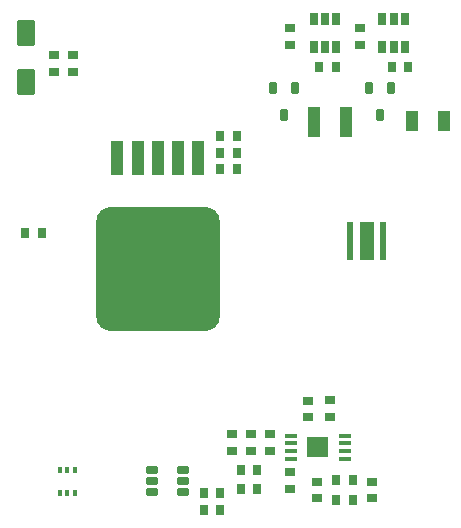
<source format=gtp>
G04*
G04 #@! TF.GenerationSoftware,Altium Limited,Altium Designer,19.1.9 (167)*
G04*
G04 Layer_Color=8421504*
%FSLAX43Y43*%
%MOMM*%
G71*
G01*
G75*
%ADD23R,0.400X0.500*%
%ADD24R,1.100X1.700*%
%ADD25R,1.100X2.600*%
G04:AMPARAMS|DCode=26|XSize=0.6mm|YSize=1mm|CornerRadius=0.075mm|HoleSize=0mm|Usage=FLASHONLY|Rotation=180.000|XOffset=0mm|YOffset=0mm|HoleType=Round|Shape=RoundedRectangle|*
%AMROUNDEDRECTD26*
21,1,0.600,0.850,0,0,180.0*
21,1,0.450,1.000,0,0,180.0*
1,1,0.150,-0.225,0.425*
1,1,0.150,0.225,0.425*
1,1,0.150,0.225,-0.425*
1,1,0.150,-0.225,-0.425*
%
%ADD26ROUNDEDRECTD26*%
%ADD27R,0.900X0.800*%
%ADD28R,0.800X0.900*%
%ADD29R,0.650X1.100*%
%ADD30R,0.500X3.300*%
%ADD31R,1.300X3.300*%
G04:AMPARAMS|DCode=32|XSize=0.6mm|YSize=1mm|CornerRadius=0.075mm|HoleSize=0mm|Usage=FLASHONLY|Rotation=270.000|XOffset=0mm|YOffset=0mm|HoleType=Round|Shape=RoundedRectangle|*
%AMROUNDEDRECTD32*
21,1,0.600,0.850,0,0,270.0*
21,1,0.450,1.000,0,0,270.0*
1,1,0.150,-0.425,-0.225*
1,1,0.150,-0.425,0.225*
1,1,0.150,0.425,0.225*
1,1,0.150,0.425,-0.225*
%
%ADD32ROUNDEDRECTD32*%
G04:AMPARAMS|DCode=33|XSize=2.2mm|YSize=1.5mm|CornerRadius=0.188mm|HoleSize=0mm|Usage=FLASHONLY|Rotation=90.000|XOffset=0mm|YOffset=0mm|HoleType=Round|Shape=RoundedRectangle|*
%AMROUNDEDRECTD33*
21,1,2.200,1.125,0,0,90.0*
21,1,1.825,1.500,0,0,90.0*
1,1,0.375,0.563,0.913*
1,1,0.375,0.563,-0.913*
1,1,0.375,-0.563,-0.913*
1,1,0.375,-0.563,0.913*
%
%ADD33ROUNDEDRECTD33*%
G04:AMPARAMS|DCode=34|XSize=10.5mm|YSize=10.5mm|CornerRadius=1.313mm|HoleSize=0mm|Usage=FLASHONLY|Rotation=90.000|XOffset=0mm|YOffset=0mm|HoleType=Round|Shape=RoundedRectangle|*
%AMROUNDEDRECTD34*
21,1,10.500,7.875,0,0,90.0*
21,1,7.875,10.500,0,0,90.0*
1,1,2.625,3.938,3.938*
1,1,2.625,3.938,-3.938*
1,1,2.625,-3.938,-3.938*
1,1,2.625,-3.938,3.938*
%
%ADD34ROUNDEDRECTD34*%
G04:AMPARAMS|DCode=35|XSize=2.95mm|YSize=1.05mm|CornerRadius=0.131mm|HoleSize=0mm|Usage=FLASHONLY|Rotation=90.000|XOffset=0mm|YOffset=0mm|HoleType=Round|Shape=RoundedRectangle|*
%AMROUNDEDRECTD35*
21,1,2.950,0.788,0,0,90.0*
21,1,2.688,1.050,0,0,90.0*
1,1,0.263,0.394,1.344*
1,1,0.263,0.394,-1.344*
1,1,0.263,-0.394,-1.344*
1,1,0.263,-0.394,1.344*
%
%ADD35ROUNDEDRECTD35*%
G04:AMPARAMS|DCode=36|XSize=0.41mm|YSize=1.02mm|CornerRadius=0.103mm|HoleSize=0mm|Usage=FLASHONLY|Rotation=90.000|XOffset=0mm|YOffset=0mm|HoleType=Round|Shape=RoundedRectangle|*
%AMROUNDEDRECTD36*
21,1,0.410,0.815,0,0,90.0*
21,1,0.205,1.020,0,0,90.0*
1,1,0.205,0.407,0.103*
1,1,0.205,0.407,-0.103*
1,1,0.205,-0.407,-0.103*
1,1,0.205,-0.407,0.103*
%
%ADD36ROUNDEDRECTD36*%
G36*
X31744Y29665D02*
X30734D01*
Y30415D01*
X31744D01*
Y29665D01*
D02*
G37*
G36*
Y28665D02*
X30734D01*
Y29415D01*
X31744D01*
Y28665D01*
D02*
G37*
G36*
Y27665D02*
X30734D01*
Y28415D01*
X31744D01*
Y27665D01*
D02*
G37*
G36*
X27939Y12505D02*
X27939Y10757D01*
X26191Y10757D01*
X26191Y12505D01*
X27939Y12505D01*
D02*
G37*
D23*
X5239Y7763D02*
D03*
X5889D02*
D03*
X6539D02*
D03*
Y9663D02*
D03*
X5889D02*
D03*
X5239D02*
D03*
D24*
X35077Y39219D02*
D03*
X37777D02*
D03*
D25*
X29496Y39124D02*
D03*
X26796D02*
D03*
D26*
X32354Y39735D02*
D03*
X31404Y42035D02*
D03*
X33304D02*
D03*
X24218Y39735D02*
D03*
X23268Y42035D02*
D03*
X25168D02*
D03*
D27*
X24772Y45687D02*
D03*
Y47087D02*
D03*
X30680Y45687D02*
D03*
Y47087D02*
D03*
X23049Y11334D02*
D03*
Y12734D02*
D03*
X31660Y7283D02*
D03*
Y8683D02*
D03*
X6415Y44807D02*
D03*
Y43407D02*
D03*
X4734D02*
D03*
Y44807D02*
D03*
X19840Y12734D02*
D03*
Y11334D02*
D03*
X27060Y8683D02*
D03*
Y7283D02*
D03*
X24786Y9509D02*
D03*
Y8109D02*
D03*
X21444Y11334D02*
D03*
Y12734D02*
D03*
X26267Y15573D02*
D03*
Y14173D02*
D03*
X28106Y14189D02*
D03*
Y15589D02*
D03*
D28*
X28617Y43802D02*
D03*
X27217D02*
D03*
X34777D02*
D03*
X33377D02*
D03*
X21988Y8056D02*
D03*
X20588D02*
D03*
X28672Y7157D02*
D03*
X30072D02*
D03*
X28668Y8860D02*
D03*
X30068D02*
D03*
X20225Y35135D02*
D03*
X18825D02*
D03*
X20225Y37966D02*
D03*
X18825D02*
D03*
X20225Y36551D02*
D03*
X18825D02*
D03*
X3748Y29724D02*
D03*
X2348D02*
D03*
X21978Y9658D02*
D03*
X20578D02*
D03*
X18852Y7725D02*
D03*
X17452D02*
D03*
X18852Y6294D02*
D03*
X17452D02*
D03*
D29*
X32575Y45507D02*
D03*
X33525D02*
D03*
X34475D02*
D03*
Y47907D02*
D03*
X33525D02*
D03*
X32575D02*
D03*
X26760Y45507D02*
D03*
X27710D02*
D03*
X28660D02*
D03*
Y47907D02*
D03*
X27710D02*
D03*
X26760D02*
D03*
D30*
X29839Y29040D02*
D03*
X32639D02*
D03*
D31*
X31239D02*
D03*
D32*
X13101Y8760D02*
D03*
Y9710D02*
D03*
X15701Y7810D02*
D03*
Y8760D02*
D03*
Y9710D02*
D03*
X13101Y7810D02*
D03*
D33*
X2360Y46710D02*
D03*
Y42510D02*
D03*
D34*
X13550Y26732D02*
D03*
D35*
X10140Y36132D02*
D03*
X16960D02*
D03*
X15255D02*
D03*
X13550D02*
D03*
X11845D02*
D03*
D36*
X24791Y10636D02*
D03*
Y11286D02*
D03*
Y11936D02*
D03*
Y12586D02*
D03*
X29391D02*
D03*
Y11936D02*
D03*
Y11286D02*
D03*
Y10636D02*
D03*
M02*

</source>
